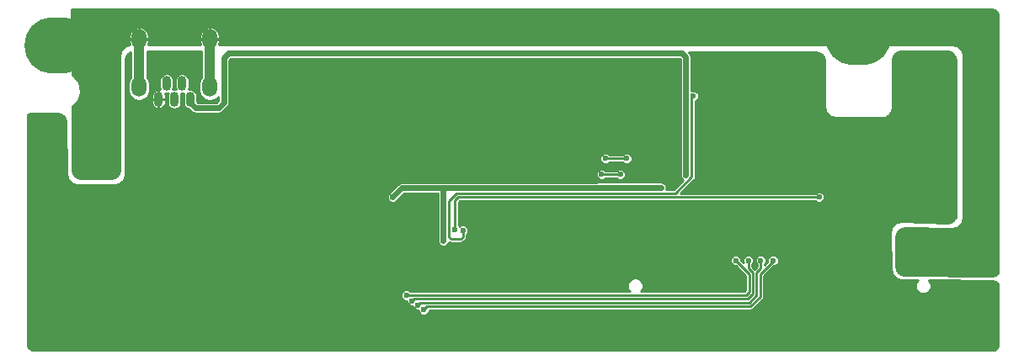
<source format=gbr>
G04 #@! TF.GenerationSoftware,KiCad,Pcbnew,(5.0.1-3-g963ef8bb5)*
G04 #@! TF.CreationDate,2019-03-09T14:34:52+08:00*
G04 #@! TF.ProjectId,fc660c,6663363630632E6B696361645F706362,rev?*
G04 #@! TF.SameCoordinates,Original*
G04 #@! TF.FileFunction,Copper,L2,Bot,Signal*
G04 #@! TF.FilePolarity,Positive*
%FSLAX46Y46*%
G04 Gerber Fmt 4.6, Leading zero omitted, Abs format (unit mm)*
G04 Created by KiCad (PCBNEW (5.0.1-3-g963ef8bb5)) date 2019 March 09, Saturday 14:34:52*
%MOMM*%
%LPD*%
G01*
G04 APERTURE LIST*
G04 #@! TA.AperFunction,ComponentPad*
%ADD10O,0.900000X1.500000*%
G04 #@! TD*
G04 #@! TA.AperFunction,ComponentPad*
%ADD11O,1.500000X2.000000*%
G04 #@! TD*
G04 #@! TA.AperFunction,ComponentPad*
%ADD12O,6.600000X5.600000*%
G04 #@! TD*
G04 #@! TA.AperFunction,ViaPad*
%ADD13C,0.600000*%
G04 #@! TD*
G04 #@! TA.AperFunction,ViaPad*
%ADD14C,0.800000*%
G04 #@! TD*
G04 #@! TA.AperFunction,Conductor*
%ADD15C,0.406200*%
G04 #@! TD*
G04 #@! TA.AperFunction,Conductor*
%ADD16C,0.609600*%
G04 #@! TD*
G04 #@! TA.AperFunction,Conductor*
%ADD17C,1.000000*%
G04 #@! TD*
G04 #@! TA.AperFunction,Conductor*
%ADD18C,0.254000*%
G04 #@! TD*
G04 APERTURE END LIST*
D10*
G04 #@! TO.P,J1,3*
G04 #@! TO.N,/D+*
X163610000Y-79397780D03*
G04 #@! TO.P,J1,2*
G04 #@! TO.N,/D-*
X164407560Y-77798900D03*
G04 #@! TO.P,J1,5*
G04 #@! TO.N,GND*
X162012340Y-79397780D03*
G04 #@! TO.P,J1,4*
G04 #@! TO.N,N/C*
X162812440Y-77798900D03*
D11*
G04 #@! TO.P,J1,6*
G04 #@! TO.N,/FG*
X160054000Y-73338000D03*
G04 #@! TO.P,J1,7*
X167166000Y-73338000D03*
D10*
G04 #@! TO.P,J1,1*
G04 #@! TO.N,VCC*
X165207660Y-79397780D03*
D11*
G04 #@! TO.P,J1,8*
G04 #@! TO.N,/FG*
X167166000Y-78164000D03*
G04 #@! TO.P,J1,9*
X160054000Y-78164000D03*
G04 #@! TD*
D12*
G04 #@! TO.P,H1,1*
G04 #@! TO.N,N/C*
X232330000Y-73140000D03*
G04 #@! TD*
G04 #@! TO.P,H2,1*
G04 #@! TO.N,N/C*
X151830000Y-73990000D03*
G04 #@! TD*
D13*
G04 #@! TO.N,GND*
X195830000Y-85340000D03*
X228600000Y-99060000D03*
X228600000Y-104140000D03*
X233680000Y-104140000D03*
X238760000Y-104140000D03*
X243840000Y-104140000D03*
X243840000Y-99060000D03*
X233680000Y-99060000D03*
X162560000Y-88900000D03*
X157480000Y-88900000D03*
X152400000Y-88900000D03*
X152400000Y-86360000D03*
X152400000Y-83820000D03*
X152400000Y-81280000D03*
X149860000Y-81280000D03*
X149860000Y-83820000D03*
X149860000Y-88900000D03*
X149860000Y-93980000D03*
X149860000Y-99060000D03*
X149860000Y-104140000D03*
X154940000Y-104140000D03*
X160020000Y-104140000D03*
X165100000Y-104140000D03*
X170180000Y-104140000D03*
X175260000Y-104140000D03*
X180340000Y-104140000D03*
X185420000Y-104140000D03*
X190500000Y-104140000D03*
X195580000Y-104140000D03*
X200660000Y-104140000D03*
X205740000Y-104140000D03*
X162560000Y-83820000D03*
X162560000Y-81280000D03*
X200660000Y-96520000D03*
X203200000Y-96520000D03*
X203200000Y-93980000D03*
X200660000Y-93980000D03*
X198120000Y-93980000D03*
X198120000Y-96520000D03*
X185420000Y-91440000D03*
X182880000Y-91440000D03*
X180340000Y-91440000D03*
X180340000Y-88900000D03*
X180340000Y-86360000D03*
X172720000Y-83820000D03*
X167640000Y-83820000D03*
X180340000Y-76200000D03*
X182880000Y-76200000D03*
X182880000Y-78740000D03*
X180340000Y-78740000D03*
X189230000Y-78994000D03*
X189230000Y-80391000D03*
X190500000Y-80264000D03*
X190500000Y-78994000D03*
X187960000Y-78994000D03*
X187960000Y-81280000D03*
X215900000Y-75184000D03*
X218440000Y-75184000D03*
X221488000Y-75184000D03*
X225044000Y-75184000D03*
X228092000Y-75184000D03*
X228092000Y-77216000D03*
X228092000Y-79248000D03*
X228092000Y-81788000D03*
X229616000Y-81788000D03*
X232156000Y-81788000D03*
X234696000Y-81788000D03*
X236728000Y-81788000D03*
X236728000Y-79756000D03*
X236728000Y-77724000D03*
X236728000Y-75184000D03*
X238760000Y-75184000D03*
X241300000Y-75184000D03*
X241300000Y-77724000D03*
X241300000Y-79756000D03*
X241300000Y-82804000D03*
X241300000Y-85852000D03*
X239268000Y-85852000D03*
X239268000Y-90932000D03*
X241300000Y-90932000D03*
X233680000Y-90932000D03*
X233680000Y-93472000D03*
X234696000Y-93472000D03*
X234696000Y-94996000D03*
X233680000Y-94996000D03*
X214122000Y-83820000D03*
X214122000Y-82042000D03*
X214122000Y-80200500D03*
X214122000Y-78549500D03*
X214122000Y-76898500D03*
X214122000Y-75501500D03*
X202374500Y-79629000D03*
X202374500Y-77406500D03*
X202438000Y-75565000D03*
X204914500Y-75565000D03*
X207137000Y-75565000D03*
X209486500Y-75501500D03*
X211963000Y-75501500D03*
X211963000Y-76898500D03*
X211963000Y-78486000D03*
X211963000Y-80200500D03*
X211963000Y-82042000D03*
X196532500Y-76454000D03*
X194881500Y-76454000D03*
X194881500Y-77851000D03*
X196532500Y-77851000D03*
X197929500Y-77851000D03*
X192595500Y-76454000D03*
X188277500Y-75565000D03*
X190436500Y-75692000D03*
X190436500Y-77343000D03*
X198056500Y-97726500D03*
X196278500Y-97790000D03*
X194437000Y-97853500D03*
X223139000Y-90233500D03*
X221742000Y-90233500D03*
X219837000Y-90233500D03*
X217868500Y-90233500D03*
X216154000Y-90233500D03*
X157353000Y-96329500D03*
X169608500Y-95186500D03*
G04 #@! TO.N,VCC*
X215020000Y-87020000D03*
X212530000Y-88290000D03*
X206170000Y-88310000D03*
X185560000Y-89240000D03*
X190650000Y-93660000D03*
D14*
G04 #@! TO.N,/FG*
X154470000Y-86410000D03*
X154440000Y-81100000D03*
X154420000Y-74000000D03*
X154410000Y-71080000D03*
X239010000Y-93240000D03*
X241080000Y-93240000D03*
X168660000Y-71070000D03*
X228500000Y-71080000D03*
X235890000Y-71080000D03*
X245660000Y-71080000D03*
X245570000Y-74370000D03*
X245580000Y-92940000D03*
X245550000Y-96290000D03*
X238270000Y-96370000D03*
X236990000Y-93150000D03*
X242940000Y-93240000D03*
D13*
G04 #@! TO.N,/PD6*
X208440000Y-86950000D03*
X206550000Y-86940000D03*
G04 #@! TO.N,/PB0*
X220050000Y-95630000D03*
X186950000Y-99120000D03*
G04 #@! TO.N,/PB1*
X221320000Y-95620000D03*
X187520000Y-99680000D03*
G04 #@! TO.N,/MOSI*
X222540000Y-95630000D03*
X188110000Y-100110000D03*
G04 #@! TO.N,/MISO*
X188670000Y-100570000D03*
X223800000Y-95640000D03*
G04 #@! TO.N,/PB4*
X209070000Y-85340000D03*
X206950000Y-85340000D03*
G04 #@! TO.N,Net-(LS1-Pad1)*
X228420000Y-89230000D03*
X191800000Y-92480000D03*
G04 #@! TO.N,Net-(R4-Pad2)*
X192620000Y-92600000D03*
X215770000Y-79070000D03*
G04 #@! TD*
D15*
G04 #@! TO.N,GND*
X195830000Y-85340000D02*
X195820000Y-85330000D01*
X228600000Y-104140000D02*
X233680000Y-104140000D01*
X238760000Y-104140000D02*
X243840000Y-104140000D01*
X243840000Y-99060000D02*
X233680000Y-99060000D01*
X228600000Y-104140000D02*
X205740000Y-104140000D01*
X157480000Y-88900000D02*
X162560000Y-88900000D01*
X152400000Y-86360000D02*
X152400000Y-88900000D01*
X152400000Y-81280000D02*
X152400000Y-83820000D01*
X149860000Y-83820000D02*
X149860000Y-81280000D01*
X149860000Y-93980000D02*
X149860000Y-88900000D01*
X149860000Y-104140000D02*
X149860000Y-99060000D01*
X160020000Y-104140000D02*
X154940000Y-104140000D01*
X170180000Y-104140000D02*
X165100000Y-104140000D01*
X180340000Y-104140000D02*
X175260000Y-104140000D01*
X190500000Y-104140000D02*
X185420000Y-104140000D01*
X200660000Y-104140000D02*
X195580000Y-104140000D01*
X162560000Y-83820000D02*
X162560000Y-81280000D01*
X203200000Y-93980000D02*
X203200000Y-96520000D01*
X198120000Y-93980000D02*
X200660000Y-93980000D01*
X195580000Y-96520000D02*
X198120000Y-96520000D01*
X185420000Y-96520000D02*
X195580000Y-96520000D01*
X185420000Y-91440000D02*
X185420000Y-96520000D01*
X180340000Y-91440000D02*
X182880000Y-91440000D01*
X180340000Y-86360000D02*
X180340000Y-88900000D01*
X167640000Y-83820000D02*
X172720000Y-83820000D01*
X172720000Y-83820000D02*
X172720000Y-78740000D01*
X182880000Y-78740000D02*
X182880000Y-76200000D01*
X172720000Y-78740000D02*
X180340000Y-78740000D01*
X182880000Y-78740000D02*
X185420000Y-78740000D01*
X190373000Y-80391000D02*
X189230000Y-80391000D01*
X190500000Y-80264000D02*
X190373000Y-80391000D01*
X187960000Y-78994000D02*
X190500000Y-78994000D01*
X185420000Y-78740000D02*
X187960000Y-81280000D01*
X233680000Y-99060000D02*
X233680000Y-94996000D01*
X218440000Y-75184000D02*
X215900000Y-75184000D01*
X225044000Y-75184000D02*
X221488000Y-75184000D01*
X228092000Y-77216000D02*
X228092000Y-75184000D01*
X228092000Y-81788000D02*
X228092000Y-79248000D01*
X232156000Y-81788000D02*
X229616000Y-81788000D01*
X236728000Y-81788000D02*
X234696000Y-81788000D01*
X236728000Y-77724000D02*
X236728000Y-79756000D01*
X238760000Y-75184000D02*
X236728000Y-75184000D01*
X241300000Y-77724000D02*
X241300000Y-75184000D01*
X241300000Y-82804000D02*
X241300000Y-79756000D01*
X239268000Y-85852000D02*
X241300000Y-85852000D01*
X241300000Y-90932000D02*
X239268000Y-90932000D01*
X233680000Y-93472000D02*
X233680000Y-90932000D01*
X234696000Y-94996000D02*
X234696000Y-93472000D01*
X214122000Y-82042000D02*
X214122000Y-83820000D01*
X214122000Y-78549500D02*
X214122000Y-80200500D01*
X214122000Y-75501500D02*
X214122000Y-76898500D01*
X214122000Y-82042000D02*
X211963000Y-82042000D01*
X202374500Y-77406500D02*
X202374500Y-79629000D01*
X204914500Y-75565000D02*
X202438000Y-75565000D01*
X209423000Y-75565000D02*
X207137000Y-75565000D01*
X209486500Y-75501500D02*
X209423000Y-75565000D01*
X211963000Y-76898500D02*
X211963000Y-75501500D01*
X211963000Y-80200500D02*
X211963000Y-78486000D01*
X202374500Y-77406500D02*
X198374000Y-77406500D01*
X194881500Y-76454000D02*
X196532500Y-76454000D01*
X196532500Y-77851000D02*
X194881500Y-77851000D01*
X198374000Y-77406500D02*
X197929500Y-77851000D01*
X194881500Y-76454000D02*
X192595500Y-76454000D01*
X190309500Y-75565000D02*
X188277500Y-75565000D01*
X190436500Y-75692000D02*
X190309500Y-75565000D01*
X190436500Y-75692000D02*
X190436500Y-77343000D01*
X198056500Y-97726500D02*
X197993000Y-97790000D01*
X197993000Y-97790000D02*
X196278500Y-97790000D01*
X219837000Y-90233500D02*
X221742000Y-90233500D01*
X216154000Y-90233500D02*
X217868500Y-90233500D01*
X157480000Y-88900000D02*
X157480000Y-96202500D01*
X157480000Y-96202500D02*
X157353000Y-96329500D01*
D16*
G04 #@! TO.N,VCC*
X165207660Y-79197780D02*
X165207660Y-79377660D01*
X165207660Y-79197780D02*
X165207660Y-79737660D01*
X215020000Y-75130000D02*
X215020000Y-87020000D01*
X214630000Y-74740000D02*
X215020000Y-75130000D01*
X169060000Y-74740000D02*
X214630000Y-74740000D01*
X168570000Y-75230000D02*
X169060000Y-74740000D01*
X168570000Y-79740000D02*
X168570000Y-75230000D01*
X168050000Y-80260000D02*
X168570000Y-79740000D01*
X165730000Y-80260000D02*
X168050000Y-80260000D01*
X165207660Y-79737660D02*
X165730000Y-80260000D01*
X206190000Y-88290000D02*
X212530000Y-88290000D01*
X206170000Y-88310000D02*
X206190000Y-88290000D01*
X206170000Y-88310000D02*
X190640000Y-88310000D01*
X190640000Y-88310000D02*
X186490000Y-88310000D01*
X186490000Y-88310000D02*
X185560000Y-89240000D01*
X190640000Y-93650000D02*
X190640000Y-88310000D01*
X190650000Y-93660000D02*
X190640000Y-93650000D01*
D17*
G04 #@! TO.N,/FG*
X167166000Y-73338000D02*
X167166000Y-78164000D01*
X160054000Y-73338000D02*
X160054000Y-78164000D01*
X154470000Y-81130000D02*
X154470000Y-86410000D01*
X154440000Y-81100000D02*
X154470000Y-81130000D01*
X154420000Y-71090000D02*
X154420000Y-74000000D01*
X154410000Y-71080000D02*
X154420000Y-71090000D01*
X241080000Y-93240000D02*
X239010000Y-93240000D01*
X168660000Y-71070000D02*
X168670000Y-71080000D01*
X168670000Y-71080000D02*
X228500000Y-71080000D01*
X235890000Y-71080000D02*
X245660000Y-71080000D01*
X245570000Y-74370000D02*
X245580000Y-74380000D01*
X245580000Y-74380000D02*
X245580000Y-92940000D01*
X245550000Y-96290000D02*
X245470000Y-96370000D01*
X245470000Y-96370000D02*
X238270000Y-96370000D01*
X236990000Y-93150000D02*
X237080000Y-93240000D01*
X237080000Y-93240000D02*
X242940000Y-93240000D01*
D18*
G04 #@! TO.N,/PD6*
X206560000Y-86950000D02*
X208440000Y-86950000D01*
X206550000Y-86940000D02*
X206560000Y-86950000D01*
G04 #@! TO.N,/PB0*
X221085998Y-99120000D02*
X221395998Y-98810000D01*
X221395998Y-98810000D02*
X221395998Y-96975998D01*
X221395998Y-96975998D02*
X220050000Y-95630000D01*
X186950000Y-99120000D02*
X221085998Y-99120000D01*
G04 #@! TO.N,/PB1*
X221320000Y-95620000D02*
X221320000Y-96371082D01*
X221770000Y-96821082D02*
X221770000Y-96830000D01*
X221320000Y-96371082D02*
X221770000Y-96821082D01*
X221770000Y-96830000D02*
X221770000Y-98964916D01*
X187705998Y-99494002D02*
X187520000Y-99680000D01*
X221240914Y-99494002D02*
X187705998Y-99494002D01*
X221770000Y-98964916D02*
X221240914Y-99494002D01*
G04 #@! TO.N,/MOSI*
X222540000Y-95630000D02*
X222540000Y-96434002D01*
X188351996Y-99868004D02*
X188110000Y-100110000D01*
X221395830Y-99868004D02*
X188351996Y-99868004D01*
X222144002Y-99119832D02*
X221395830Y-99868004D01*
X222144002Y-96830000D02*
X222144002Y-99119832D01*
X222540000Y-96434002D02*
X222144002Y-96830000D01*
G04 #@! TO.N,/MISO*
X223800000Y-95640000D02*
X223800000Y-95708004D01*
X221550746Y-100242006D02*
X188997994Y-100242006D01*
X222518004Y-99274748D02*
X221550746Y-100242006D01*
X222518004Y-96990000D02*
X222518004Y-99274748D01*
X223800000Y-95708004D02*
X222518004Y-96990000D01*
X188997994Y-100242006D02*
X188670000Y-100570000D01*
G04 #@! TO.N,/PB4*
X206950000Y-85340000D02*
X209070000Y-85340000D01*
G04 #@! TO.N,Net-(LS1-Pad1)*
X228414196Y-89235804D02*
X228420000Y-89230000D01*
X192110000Y-89235804D02*
X228414196Y-89235804D01*
X191810000Y-89535804D02*
X192110000Y-89235804D01*
X191810000Y-92470000D02*
X191810000Y-89535804D01*
X191800000Y-92480000D02*
X191810000Y-92470000D01*
G04 #@! TO.N,Net-(R4-Pad2)*
X192620000Y-92600000D02*
X192610000Y-92600000D01*
X191955084Y-88861802D02*
X213978198Y-88861802D01*
X191191802Y-89625084D02*
X191955084Y-88861802D01*
X191191802Y-89650000D02*
X191191802Y-89625084D01*
X192410000Y-93470000D02*
X192620000Y-93260000D01*
X191420000Y-93470000D02*
X192410000Y-93470000D01*
X191191802Y-93241802D02*
X191420000Y-93470000D01*
X191191802Y-89650000D02*
X191191802Y-93241802D01*
X192620000Y-93260000D02*
X192620000Y-92600000D01*
X215620000Y-79220000D02*
X215770000Y-79070000D01*
X215620000Y-87220000D02*
X215620000Y-79220000D01*
X213978198Y-88861802D02*
X215620000Y-87220000D01*
G04 #@! TD*
G04 #@! TO.N,/FG*
G36*
X246045660Y-70413181D02*
X246252987Y-70551713D01*
X246391519Y-70759041D01*
X246447100Y-71038466D01*
X246447101Y-96831546D01*
X246413560Y-96881542D01*
X246129465Y-97069996D01*
X245782211Y-97137328D01*
X237045718Y-97088657D01*
X236699948Y-97017762D01*
X236418331Y-96826930D01*
X236231354Y-96542734D01*
X236165181Y-96196033D01*
X236188848Y-93261365D01*
X236260199Y-92916729D01*
X236450696Y-92636067D01*
X236734001Y-92449519D01*
X237079599Y-92383003D01*
X241792751Y-92411016D01*
X241817643Y-92408703D01*
X242202274Y-92334245D01*
X242248323Y-92315404D01*
X242574832Y-92098892D01*
X242610109Y-92063804D01*
X242828380Y-91738468D01*
X242847470Y-91692521D01*
X242924002Y-91308297D01*
X242926449Y-91283419D01*
X242917547Y-75009620D01*
X242915094Y-74984849D01*
X242838794Y-74602279D01*
X242819813Y-74556516D01*
X242602943Y-74232250D01*
X242567897Y-74197231D01*
X242243460Y-73980615D01*
X242197682Y-73961671D01*
X241815053Y-73885670D01*
X241790281Y-73883236D01*
X168107442Y-73900659D01*
X168170000Y-73591000D01*
X168170000Y-73341000D01*
X167169000Y-73341000D01*
X167169000Y-73361000D01*
X167163000Y-73361000D01*
X167163000Y-73341000D01*
X166162000Y-73341000D01*
X166162000Y-73591000D01*
X166224647Y-73901105D01*
X160995103Y-73902341D01*
X161058000Y-73591000D01*
X161058000Y-73341000D01*
X160057000Y-73341000D01*
X160057000Y-73361000D01*
X160051000Y-73361000D01*
X160051000Y-73341000D01*
X159050000Y-73341000D01*
X159050000Y-73591000D01*
X159116301Y-73919190D01*
X158803470Y-73981544D01*
X158757663Y-74000547D01*
X158433138Y-74217718D01*
X158398102Y-74252815D01*
X158181490Y-74577713D01*
X158162565Y-74623552D01*
X158086894Y-75006637D01*
X158084487Y-75031437D01*
X158101494Y-86486183D01*
X158033128Y-86832234D01*
X157844514Y-87115083D01*
X157561940Y-87304120D01*
X157215994Y-87373000D01*
X154239056Y-87373000D01*
X153894133Y-87304544D01*
X153612081Y-87116607D01*
X153423179Y-86835202D01*
X153353539Y-86490511D01*
X153331484Y-80057754D01*
X153669706Y-79791121D01*
X153688464Y-79770507D01*
X153710498Y-79753415D01*
X153747940Y-79705143D01*
X154015125Y-79291346D01*
X154026195Y-79265764D01*
X154041503Y-79242460D01*
X154061291Y-79184663D01*
X154180035Y-78706630D01*
X154182222Y-78678841D01*
X154189156Y-78651835D01*
X154189156Y-78590744D01*
X154146655Y-78100020D01*
X154139721Y-78073015D01*
X154137534Y-78045224D01*
X154117746Y-77987427D01*
X153918582Y-77536928D01*
X153903277Y-77513629D01*
X153892205Y-77488042D01*
X153854762Y-77439771D01*
X153520412Y-77078072D01*
X153498384Y-77060986D01*
X153479620Y-77040364D01*
X153428560Y-77006824D01*
X153320824Y-76948693D01*
X153307578Y-73085000D01*
X159050000Y-73085000D01*
X159050000Y-73335000D01*
X160051000Y-73335000D01*
X160051000Y-72147505D01*
X160057000Y-72147505D01*
X160057000Y-73335000D01*
X161058000Y-73335000D01*
X161058000Y-73085000D01*
X166162000Y-73085000D01*
X166162000Y-73335000D01*
X167163000Y-73335000D01*
X167163000Y-72147505D01*
X167169000Y-72147505D01*
X167169000Y-73335000D01*
X168170000Y-73335000D01*
X168170000Y-73085000D01*
X168092427Y-72701014D01*
X167873814Y-72375943D01*
X167547442Y-72159276D01*
X167326023Y-72096834D01*
X167169000Y-72147505D01*
X167163000Y-72147505D01*
X167005977Y-72096834D01*
X166784558Y-72159276D01*
X166458186Y-72375943D01*
X166239573Y-72701014D01*
X166162000Y-73085000D01*
X161058000Y-73085000D01*
X160980427Y-72701014D01*
X160761814Y-72375943D01*
X160435442Y-72159276D01*
X160214023Y-72096834D01*
X160057000Y-72147505D01*
X160051000Y-72147505D01*
X159893977Y-72096834D01*
X159672558Y-72159276D01*
X159346186Y-72375943D01*
X159127573Y-72701014D01*
X159050000Y-73085000D01*
X153307578Y-73085000D01*
X153298227Y-70357600D01*
X245766234Y-70357600D01*
X246045660Y-70413181D01*
X246045660Y-70413181D01*
G37*
X246045660Y-70413181D02*
X246252987Y-70551713D01*
X246391519Y-70759041D01*
X246447100Y-71038466D01*
X246447101Y-96831546D01*
X246413560Y-96881542D01*
X246129465Y-97069996D01*
X245782211Y-97137328D01*
X237045718Y-97088657D01*
X236699948Y-97017762D01*
X236418331Y-96826930D01*
X236231354Y-96542734D01*
X236165181Y-96196033D01*
X236188848Y-93261365D01*
X236260199Y-92916729D01*
X236450696Y-92636067D01*
X236734001Y-92449519D01*
X237079599Y-92383003D01*
X241792751Y-92411016D01*
X241817643Y-92408703D01*
X242202274Y-92334245D01*
X242248323Y-92315404D01*
X242574832Y-92098892D01*
X242610109Y-92063804D01*
X242828380Y-91738468D01*
X242847470Y-91692521D01*
X242924002Y-91308297D01*
X242926449Y-91283419D01*
X242917547Y-75009620D01*
X242915094Y-74984849D01*
X242838794Y-74602279D01*
X242819813Y-74556516D01*
X242602943Y-74232250D01*
X242567897Y-74197231D01*
X242243460Y-73980615D01*
X242197682Y-73961671D01*
X241815053Y-73885670D01*
X241790281Y-73883236D01*
X168107442Y-73900659D01*
X168170000Y-73591000D01*
X168170000Y-73341000D01*
X167169000Y-73341000D01*
X167169000Y-73361000D01*
X167163000Y-73361000D01*
X167163000Y-73341000D01*
X166162000Y-73341000D01*
X166162000Y-73591000D01*
X166224647Y-73901105D01*
X160995103Y-73902341D01*
X161058000Y-73591000D01*
X161058000Y-73341000D01*
X160057000Y-73341000D01*
X160057000Y-73361000D01*
X160051000Y-73361000D01*
X160051000Y-73341000D01*
X159050000Y-73341000D01*
X159050000Y-73591000D01*
X159116301Y-73919190D01*
X158803470Y-73981544D01*
X158757663Y-74000547D01*
X158433138Y-74217718D01*
X158398102Y-74252815D01*
X158181490Y-74577713D01*
X158162565Y-74623552D01*
X158086894Y-75006637D01*
X158084487Y-75031437D01*
X158101494Y-86486183D01*
X158033128Y-86832234D01*
X157844514Y-87115083D01*
X157561940Y-87304120D01*
X157215994Y-87373000D01*
X154239056Y-87373000D01*
X153894133Y-87304544D01*
X153612081Y-87116607D01*
X153423179Y-86835202D01*
X153353539Y-86490511D01*
X153331484Y-80057754D01*
X153669706Y-79791121D01*
X153688464Y-79770507D01*
X153710498Y-79753415D01*
X153747940Y-79705143D01*
X154015125Y-79291346D01*
X154026195Y-79265764D01*
X154041503Y-79242460D01*
X154061291Y-79184663D01*
X154180035Y-78706630D01*
X154182222Y-78678841D01*
X154189156Y-78651835D01*
X154189156Y-78590744D01*
X154146655Y-78100020D01*
X154139721Y-78073015D01*
X154137534Y-78045224D01*
X154117746Y-77987427D01*
X153918582Y-77536928D01*
X153903277Y-77513629D01*
X153892205Y-77488042D01*
X153854762Y-77439771D01*
X153520412Y-77078072D01*
X153498384Y-77060986D01*
X153479620Y-77040364D01*
X153428560Y-77006824D01*
X153320824Y-76948693D01*
X153307578Y-73085000D01*
X159050000Y-73085000D01*
X159050000Y-73335000D01*
X160051000Y-73335000D01*
X160051000Y-72147505D01*
X160057000Y-72147505D01*
X160057000Y-73335000D01*
X161058000Y-73335000D01*
X161058000Y-73085000D01*
X166162000Y-73085000D01*
X166162000Y-73335000D01*
X167163000Y-73335000D01*
X167163000Y-72147505D01*
X167169000Y-72147505D01*
X167169000Y-73335000D01*
X168170000Y-73335000D01*
X168170000Y-73085000D01*
X168092427Y-72701014D01*
X167873814Y-72375943D01*
X167547442Y-72159276D01*
X167326023Y-72096834D01*
X167169000Y-72147505D01*
X167163000Y-72147505D01*
X167005977Y-72096834D01*
X166784558Y-72159276D01*
X166458186Y-72375943D01*
X166239573Y-72701014D01*
X166162000Y-73085000D01*
X161058000Y-73085000D01*
X160980427Y-72701014D01*
X160761814Y-72375943D01*
X160435442Y-72159276D01*
X160214023Y-72096834D01*
X160057000Y-72147505D01*
X160051000Y-72147505D01*
X159893977Y-72096834D01*
X159672558Y-72159276D01*
X159346186Y-72375943D01*
X159127573Y-72701014D01*
X159050000Y-73085000D01*
X153307578Y-73085000D01*
X153298227Y-70357600D01*
X245766234Y-70357600D01*
X246045660Y-70413181D01*
G04 #@! TO.N,GND*
G36*
X166299000Y-74550142D02*
X166299001Y-77201010D01*
X166113809Y-77478168D01*
X166049000Y-77803986D01*
X166049000Y-78524013D01*
X166113809Y-78849831D01*
X166360688Y-79219312D01*
X166730168Y-79466191D01*
X167166000Y-79552883D01*
X167601831Y-79466191D01*
X167971312Y-79219312D01*
X168011200Y-79159615D01*
X168011200Y-79508538D01*
X167818539Y-79701200D01*
X165961462Y-79701200D01*
X165911660Y-79651398D01*
X165911660Y-79028443D01*
X165870813Y-78823093D01*
X165715216Y-78590224D01*
X165482347Y-78434627D01*
X165207660Y-78379988D01*
X165044789Y-78412385D01*
X165070713Y-78373587D01*
X165111560Y-78168237D01*
X165111560Y-77429563D01*
X165070713Y-77224213D01*
X164915116Y-76991344D01*
X164682247Y-76835747D01*
X164407560Y-76781108D01*
X164132874Y-76835747D01*
X163900005Y-76991344D01*
X163744407Y-77224213D01*
X163703560Y-77429563D01*
X163703560Y-78168236D01*
X163744407Y-78373586D01*
X163769942Y-78411803D01*
X163610000Y-78379988D01*
X163450058Y-78411803D01*
X163475593Y-78373587D01*
X163516440Y-78168237D01*
X163516440Y-77429563D01*
X163475593Y-77224213D01*
X163319996Y-76991344D01*
X163087127Y-76835747D01*
X162812440Y-76781108D01*
X162537754Y-76835747D01*
X162304885Y-76991344D01*
X162149287Y-77224213D01*
X162108440Y-77429563D01*
X162108440Y-78168236D01*
X162149287Y-78373586D01*
X162178978Y-78418022D01*
X162125432Y-78402923D01*
X162015340Y-78457287D01*
X162015340Y-79394780D01*
X162716340Y-79394780D01*
X162716340Y-79094780D01*
X162661603Y-78825599D01*
X162631298Y-78780660D01*
X162812440Y-78816692D01*
X162972382Y-78784877D01*
X162946847Y-78823093D01*
X162906000Y-79028443D01*
X162906000Y-79767116D01*
X162946847Y-79972466D01*
X163102444Y-80205335D01*
X163335313Y-80360933D01*
X163610000Y-80415572D01*
X163884686Y-80360933D01*
X164117555Y-80205336D01*
X164273153Y-79972467D01*
X164314000Y-79767117D01*
X164314000Y-79028443D01*
X164273153Y-78823093D01*
X164247618Y-78784877D01*
X164407560Y-78816692D01*
X164570431Y-78784295D01*
X164544507Y-78823093D01*
X164503660Y-79028443D01*
X164503660Y-79767116D01*
X164544507Y-79972466D01*
X164700104Y-80205335D01*
X164932973Y-80360933D01*
X165067414Y-80387675D01*
X165295952Y-80616214D01*
X165327128Y-80662872D01*
X165511967Y-80786378D01*
X165674965Y-80818800D01*
X165674969Y-80818800D01*
X165729999Y-80829746D01*
X165785029Y-80818800D01*
X167994965Y-80818800D01*
X168050000Y-80829747D01*
X168105035Y-80818800D01*
X168268033Y-80786378D01*
X168452872Y-80662872D01*
X168484050Y-80616211D01*
X168926214Y-80174048D01*
X168972872Y-80142872D01*
X169096378Y-79958033D01*
X169107118Y-79904038D01*
X169139747Y-79740001D01*
X169128800Y-79684966D01*
X169128800Y-75461462D01*
X169291462Y-75298800D01*
X214398539Y-75298800D01*
X214461200Y-75361462D01*
X214461201Y-87075035D01*
X214466000Y-87099161D01*
X214466000Y-87130198D01*
X214477877Y-87158872D01*
X214493623Y-87238033D01*
X214538464Y-87305142D01*
X214550341Y-87333816D01*
X214572288Y-87355763D01*
X214617129Y-87422872D01*
X214684238Y-87467713D01*
X214706184Y-87489659D01*
X214734857Y-87501536D01*
X214773697Y-87527488D01*
X213820383Y-88480802D01*
X213061795Y-88480802D01*
X213072125Y-88428867D01*
X213084000Y-88400198D01*
X213084000Y-88369166D01*
X213099747Y-88290000D01*
X213084000Y-88210834D01*
X213084000Y-88179802D01*
X213072125Y-88151133D01*
X213056378Y-88071967D01*
X213011535Y-88004854D01*
X212999659Y-87976184D01*
X212977715Y-87954240D01*
X212932872Y-87887128D01*
X212865760Y-87842285D01*
X212843816Y-87820341D01*
X212815146Y-87808465D01*
X212748033Y-87763622D01*
X212668867Y-87747875D01*
X212640198Y-87736000D01*
X212609166Y-87736000D01*
X212585035Y-87731200D01*
X206245029Y-87731200D01*
X206189999Y-87720254D01*
X206134969Y-87731200D01*
X206134965Y-87731200D01*
X206034417Y-87751200D01*
X190695035Y-87751200D01*
X190640000Y-87740253D01*
X190584965Y-87751200D01*
X186545035Y-87751200D01*
X186490000Y-87740253D01*
X186434965Y-87751200D01*
X186271967Y-87783622D01*
X186087128Y-87907128D01*
X186055954Y-87953783D01*
X185125954Y-88883785D01*
X185112289Y-88904236D01*
X185090341Y-88926184D01*
X185078464Y-88954858D01*
X185033622Y-89021968D01*
X185017875Y-89101132D01*
X185006000Y-89129802D01*
X185006000Y-89160834D01*
X184990253Y-89240000D01*
X185006000Y-89319166D01*
X185006000Y-89350198D01*
X185017875Y-89378868D01*
X185033622Y-89458032D01*
X185078464Y-89525141D01*
X185090341Y-89553816D01*
X185112289Y-89575764D01*
X185157129Y-89642871D01*
X185224236Y-89687711D01*
X185246184Y-89709659D01*
X185274859Y-89721536D01*
X185341968Y-89766378D01*
X185421132Y-89782125D01*
X185449802Y-89794000D01*
X185480834Y-89794000D01*
X185560000Y-89809747D01*
X185639166Y-89794000D01*
X185670198Y-89794000D01*
X185698868Y-89782125D01*
X185778032Y-89766378D01*
X185845142Y-89721536D01*
X185873816Y-89709659D01*
X185895764Y-89687711D01*
X185916215Y-89674046D01*
X186721463Y-88868800D01*
X190081201Y-88868800D01*
X190081200Y-93594965D01*
X190070253Y-93650000D01*
X190081200Y-93705034D01*
X190113622Y-93868032D01*
X190173877Y-93958209D01*
X190180341Y-93973816D01*
X190192286Y-93985761D01*
X190237128Y-94052872D01*
X190283789Y-94084050D01*
X190293785Y-94094046D01*
X190314236Y-94107711D01*
X190336184Y-94129659D01*
X190364860Y-94141537D01*
X190431968Y-94186377D01*
X190511128Y-94202123D01*
X190539802Y-94214000D01*
X190570838Y-94214000D01*
X190649999Y-94229746D01*
X190729160Y-94214000D01*
X190760198Y-94214000D01*
X190788873Y-94202123D01*
X190868032Y-94186377D01*
X190935139Y-94141537D01*
X190963816Y-94129659D01*
X190985765Y-94107710D01*
X191052871Y-94062871D01*
X191097710Y-93995765D01*
X191119659Y-93973816D01*
X191131537Y-93945139D01*
X191176377Y-93878032D01*
X191192123Y-93798873D01*
X191199555Y-93780929D01*
X191228444Y-93800231D01*
X191271341Y-93828894D01*
X191420000Y-93858464D01*
X191457524Y-93851000D01*
X192372476Y-93851000D01*
X192410000Y-93858464D01*
X192447524Y-93851000D01*
X192558659Y-93828894D01*
X192684686Y-93744686D01*
X192705944Y-93712871D01*
X192862872Y-93555943D01*
X192894686Y-93534686D01*
X192978894Y-93408659D01*
X193001000Y-93297524D01*
X193001000Y-93297523D01*
X193008464Y-93260000D01*
X193001000Y-93222476D01*
X193001000Y-93002475D01*
X193089659Y-92913816D01*
X193174000Y-92710198D01*
X193174000Y-92489802D01*
X193089659Y-92286184D01*
X192933816Y-92130341D01*
X192730198Y-92046000D01*
X192509802Y-92046000D01*
X192306184Y-92130341D01*
X192269859Y-92166666D01*
X192269659Y-92166184D01*
X192191000Y-92087525D01*
X192191000Y-89693619D01*
X192267816Y-89616804D01*
X228023329Y-89616804D01*
X228106184Y-89699659D01*
X228309802Y-89784000D01*
X228530198Y-89784000D01*
X228733816Y-89699659D01*
X228889659Y-89543816D01*
X228974000Y-89340198D01*
X228974000Y-89119802D01*
X228889659Y-88916184D01*
X228733816Y-88760341D01*
X228530198Y-88676000D01*
X228309802Y-88676000D01*
X228106184Y-88760341D01*
X228011721Y-88854804D01*
X214524011Y-88854804D01*
X215862872Y-87515943D01*
X215894686Y-87494686D01*
X215978894Y-87368659D01*
X215990782Y-87308894D01*
X216008464Y-87220000D01*
X216001000Y-87182476D01*
X216001000Y-79573962D01*
X216083816Y-79539659D01*
X216239659Y-79383816D01*
X216324000Y-79180198D01*
X216324000Y-78959802D01*
X216239659Y-78756184D01*
X216083816Y-78600341D01*
X215880198Y-78516000D01*
X215659802Y-78516000D01*
X215578800Y-78549552D01*
X215578800Y-75185029D01*
X215589746Y-75129999D01*
X215578800Y-75074969D01*
X215578800Y-75074965D01*
X215546378Y-74911967D01*
X215422872Y-74727128D01*
X215376214Y-74695952D01*
X215313858Y-74633596D01*
X228059656Y-74655297D01*
X228402611Y-74723572D01*
X228683391Y-74909994D01*
X228872321Y-75189096D01*
X228943662Y-75531424D01*
X228992593Y-80123964D01*
X228995223Y-80148359D01*
X229073193Y-80524958D01*
X229092108Y-80569989D01*
X229306444Y-80889311D01*
X229340955Y-80923874D01*
X229659954Y-81138689D01*
X229704956Y-81157671D01*
X230081438Y-81236207D01*
X230105829Y-81238874D01*
X234693295Y-81294649D01*
X234718336Y-81292466D01*
X235105424Y-81219592D01*
X235151798Y-81200836D01*
X235480716Y-80984134D01*
X235516250Y-80948925D01*
X235735968Y-80622013D01*
X235755149Y-80575813D01*
X235831578Y-80189412D01*
X235833991Y-80164393D01*
X235820035Y-75454312D01*
X235888795Y-75105970D01*
X236079354Y-74821729D01*
X236364748Y-74632905D01*
X236713496Y-74566268D01*
X241316611Y-74607925D01*
X241659498Y-74678905D01*
X241939131Y-74867872D01*
X242125879Y-75148986D01*
X242194148Y-75492429D01*
X242211812Y-90913396D01*
X242141398Y-91264046D01*
X241947673Y-91549158D01*
X241658471Y-91736713D01*
X241306386Y-91799582D01*
X236750080Y-91696498D01*
X236724679Y-91698480D01*
X236331815Y-91769290D01*
X236284720Y-91788061D01*
X235950857Y-92006903D01*
X235914858Y-92042599D01*
X235693199Y-92374598D01*
X235674030Y-92421532D01*
X235599897Y-92813783D01*
X235597701Y-92839166D01*
X235649193Y-96475749D01*
X235651904Y-96500113D01*
X235731063Y-96876131D01*
X235750104Y-96921065D01*
X235965216Y-97239471D01*
X235999796Y-97273906D01*
X236319098Y-97487686D01*
X236364110Y-97506539D01*
X236740455Y-97584127D01*
X236764830Y-97586737D01*
X238340508Y-97602465D01*
X238218402Y-97724571D01*
X238096000Y-98020075D01*
X238096000Y-98339925D01*
X238218402Y-98635429D01*
X238444571Y-98861598D01*
X238740075Y-98984000D01*
X239059925Y-98984000D01*
X239355429Y-98861598D01*
X239581598Y-98635429D01*
X239704000Y-98339925D01*
X239704000Y-98020075D01*
X239581598Y-97724571D01*
X239470774Y-97613747D01*
X245804946Y-97676974D01*
X246148089Y-97748411D01*
X246427709Y-97937986D01*
X246447101Y-97967298D01*
X246447101Y-103968729D01*
X246391519Y-104248159D01*
X246252987Y-104455487D01*
X246045660Y-104594019D01*
X245766234Y-104649600D01*
X149535966Y-104649600D01*
X149256541Y-104594019D01*
X149049213Y-104455487D01*
X148910681Y-104248160D01*
X148855100Y-103968734D01*
X148855100Y-99009802D01*
X186396000Y-99009802D01*
X186396000Y-99230198D01*
X186480341Y-99433816D01*
X186636184Y-99589659D01*
X186839802Y-99674000D01*
X186966000Y-99674000D01*
X186966000Y-99790198D01*
X187050341Y-99993816D01*
X187206184Y-100149659D01*
X187409802Y-100234000D01*
X187561717Y-100234000D01*
X187640341Y-100423816D01*
X187796184Y-100579659D01*
X187999802Y-100664000D01*
X188116000Y-100664000D01*
X188116000Y-100680198D01*
X188200341Y-100883816D01*
X188356184Y-101039659D01*
X188559802Y-101124000D01*
X188780198Y-101124000D01*
X188983816Y-101039659D01*
X189139659Y-100883816D01*
X189224000Y-100680198D01*
X189224000Y-100623006D01*
X221513222Y-100623006D01*
X221550746Y-100630470D01*
X221588270Y-100623006D01*
X221699405Y-100600900D01*
X221825432Y-100516692D01*
X221846690Y-100484877D01*
X222760875Y-99570692D01*
X222792690Y-99549434D01*
X222876898Y-99423407D01*
X222899004Y-99312272D01*
X222906468Y-99274749D01*
X222899004Y-99237226D01*
X222899004Y-97147815D01*
X223852820Y-96194000D01*
X223910198Y-96194000D01*
X224113816Y-96109659D01*
X224269659Y-95953816D01*
X224354000Y-95750198D01*
X224354000Y-95529802D01*
X224269659Y-95326184D01*
X224113816Y-95170341D01*
X223910198Y-95086000D01*
X223689802Y-95086000D01*
X223486184Y-95170341D01*
X223330341Y-95326184D01*
X223246000Y-95529802D01*
X223246000Y-95723188D01*
X222921000Y-96048188D01*
X222921000Y-96032475D01*
X223009659Y-95943816D01*
X223094000Y-95740198D01*
X223094000Y-95519802D01*
X223009659Y-95316184D01*
X222853816Y-95160341D01*
X222650198Y-95076000D01*
X222429802Y-95076000D01*
X222226184Y-95160341D01*
X222070341Y-95316184D01*
X221986000Y-95519802D01*
X221986000Y-95740198D01*
X222070341Y-95943816D01*
X222159001Y-96032476D01*
X222159001Y-96276186D01*
X221961460Y-96473726D01*
X221701000Y-96213267D01*
X221701000Y-96022475D01*
X221789659Y-95933816D01*
X221874000Y-95730198D01*
X221874000Y-95509802D01*
X221789659Y-95306184D01*
X221633816Y-95150341D01*
X221430198Y-95066000D01*
X221209802Y-95066000D01*
X221006184Y-95150341D01*
X220850341Y-95306184D01*
X220766000Y-95509802D01*
X220766000Y-95730198D01*
X220820438Y-95861623D01*
X220604000Y-95645185D01*
X220604000Y-95519802D01*
X220519659Y-95316184D01*
X220363816Y-95160341D01*
X220160198Y-95076000D01*
X219939802Y-95076000D01*
X219736184Y-95160341D01*
X219580341Y-95316184D01*
X219496000Y-95519802D01*
X219496000Y-95740198D01*
X219580341Y-95943816D01*
X219736184Y-96099659D01*
X219939802Y-96184000D01*
X220065185Y-96184000D01*
X221014999Y-97133814D01*
X221014998Y-98652184D01*
X220928183Y-98739000D01*
X210528027Y-98739000D01*
X210631598Y-98635429D01*
X210754000Y-98339925D01*
X210754000Y-98020075D01*
X210631598Y-97724571D01*
X210405429Y-97498402D01*
X210109925Y-97376000D01*
X209790075Y-97376000D01*
X209494571Y-97498402D01*
X209268402Y-97724571D01*
X209146000Y-98020075D01*
X209146000Y-98339925D01*
X209268402Y-98635429D01*
X209371973Y-98739000D01*
X187352475Y-98739000D01*
X187263816Y-98650341D01*
X187060198Y-98566000D01*
X186839802Y-98566000D01*
X186636184Y-98650341D01*
X186480341Y-98806184D01*
X186396000Y-99009802D01*
X148855100Y-99009802D01*
X148855100Y-80948779D01*
X148888241Y-80915638D01*
X149181721Y-80837000D01*
X150847728Y-80837000D01*
X150852910Y-80836987D01*
X150853249Y-80836985D01*
X151803229Y-80832062D01*
X152137535Y-80896321D01*
X152411683Y-81075956D01*
X152596903Y-81346356D01*
X152668009Y-81679275D01*
X152748014Y-86894163D01*
X152750760Y-86918553D01*
X152830540Y-87294889D01*
X152849676Y-87339842D01*
X153065625Y-87658213D01*
X153100316Y-87692616D01*
X153420476Y-87905904D01*
X153465587Y-87924664D01*
X153842575Y-88001304D01*
X153866986Y-88003847D01*
X157590612Y-88029932D01*
X157615538Y-88027640D01*
X158000710Y-87953402D01*
X158046827Y-87934563D01*
X158373811Y-87717883D01*
X158409134Y-87682754D01*
X158627617Y-87356972D01*
X158646711Y-87310959D01*
X158723076Y-86926202D01*
X158725506Y-86901290D01*
X158725401Y-86829802D01*
X205996000Y-86829802D01*
X205996000Y-87050198D01*
X206080341Y-87253816D01*
X206236184Y-87409659D01*
X206439802Y-87494000D01*
X206660198Y-87494000D01*
X206863816Y-87409659D01*
X206942475Y-87331000D01*
X208037525Y-87331000D01*
X208126184Y-87419659D01*
X208329802Y-87504000D01*
X208550198Y-87504000D01*
X208753816Y-87419659D01*
X208909659Y-87263816D01*
X208994000Y-87060198D01*
X208994000Y-86839802D01*
X208909659Y-86636184D01*
X208753816Y-86480341D01*
X208550198Y-86396000D01*
X208329802Y-86396000D01*
X208126184Y-86480341D01*
X208037525Y-86569000D01*
X206962475Y-86569000D01*
X206863816Y-86470341D01*
X206660198Y-86386000D01*
X206439802Y-86386000D01*
X206236184Y-86470341D01*
X206080341Y-86626184D01*
X205996000Y-86829802D01*
X158725401Y-86829802D01*
X158723031Y-85229802D01*
X206396000Y-85229802D01*
X206396000Y-85450198D01*
X206480341Y-85653816D01*
X206636184Y-85809659D01*
X206839802Y-85894000D01*
X207060198Y-85894000D01*
X207263816Y-85809659D01*
X207352475Y-85721000D01*
X208667525Y-85721000D01*
X208756184Y-85809659D01*
X208959802Y-85894000D01*
X209180198Y-85894000D01*
X209383816Y-85809659D01*
X209539659Y-85653816D01*
X209624000Y-85450198D01*
X209624000Y-85229802D01*
X209539659Y-85026184D01*
X209383816Y-84870341D01*
X209180198Y-84786000D01*
X208959802Y-84786000D01*
X208756184Y-84870341D01*
X208667525Y-84959000D01*
X207352475Y-84959000D01*
X207263816Y-84870341D01*
X207060198Y-84786000D01*
X206839802Y-84786000D01*
X206636184Y-84870341D01*
X206480341Y-85026184D01*
X206396000Y-85229802D01*
X158723031Y-85229802D01*
X158708505Y-75425535D01*
X158777018Y-75079131D01*
X158966016Y-74796101D01*
X159187000Y-74648607D01*
X159187001Y-77201010D01*
X159001809Y-77478168D01*
X158937000Y-77803986D01*
X158937000Y-78524013D01*
X159001809Y-78849831D01*
X159248688Y-79219312D01*
X159618168Y-79466191D01*
X160054000Y-79552883D01*
X160489831Y-79466191D01*
X160587725Y-79400780D01*
X161308340Y-79400780D01*
X161308340Y-79700780D01*
X161363077Y-79969961D01*
X161516658Y-80197705D01*
X161745703Y-80349340D01*
X161899248Y-80392637D01*
X162009340Y-80338273D01*
X162009340Y-79400780D01*
X162015340Y-79400780D01*
X162015340Y-80338273D01*
X162125432Y-80392637D01*
X162278977Y-80349340D01*
X162508022Y-80197705D01*
X162661603Y-79969961D01*
X162716340Y-79700780D01*
X162716340Y-79400780D01*
X162015340Y-79400780D01*
X162009340Y-79400780D01*
X161308340Y-79400780D01*
X160587725Y-79400780D01*
X160859312Y-79219312D01*
X160942521Y-79094780D01*
X161308340Y-79094780D01*
X161308340Y-79394780D01*
X162009340Y-79394780D01*
X162009340Y-78457287D01*
X161899248Y-78402923D01*
X161745703Y-78446220D01*
X161516658Y-78597855D01*
X161363077Y-78825599D01*
X161308340Y-79094780D01*
X160942521Y-79094780D01*
X161106191Y-78849832D01*
X161171000Y-78524014D01*
X161171000Y-77803987D01*
X161106191Y-77478169D01*
X160921000Y-77201011D01*
X160921000Y-74540986D01*
X166299000Y-74550142D01*
X166299000Y-74550142D01*
G37*
X166299000Y-74550142D02*
X166299001Y-77201010D01*
X166113809Y-77478168D01*
X166049000Y-77803986D01*
X166049000Y-78524013D01*
X166113809Y-78849831D01*
X166360688Y-79219312D01*
X166730168Y-79466191D01*
X167166000Y-79552883D01*
X167601831Y-79466191D01*
X167971312Y-79219312D01*
X168011200Y-79159615D01*
X168011200Y-79508538D01*
X167818539Y-79701200D01*
X165961462Y-79701200D01*
X165911660Y-79651398D01*
X165911660Y-79028443D01*
X165870813Y-78823093D01*
X165715216Y-78590224D01*
X165482347Y-78434627D01*
X165207660Y-78379988D01*
X165044789Y-78412385D01*
X165070713Y-78373587D01*
X165111560Y-78168237D01*
X165111560Y-77429563D01*
X165070713Y-77224213D01*
X164915116Y-76991344D01*
X164682247Y-76835747D01*
X164407560Y-76781108D01*
X164132874Y-76835747D01*
X163900005Y-76991344D01*
X163744407Y-77224213D01*
X163703560Y-77429563D01*
X163703560Y-78168236D01*
X163744407Y-78373586D01*
X163769942Y-78411803D01*
X163610000Y-78379988D01*
X163450058Y-78411803D01*
X163475593Y-78373587D01*
X163516440Y-78168237D01*
X163516440Y-77429563D01*
X163475593Y-77224213D01*
X163319996Y-76991344D01*
X163087127Y-76835747D01*
X162812440Y-76781108D01*
X162537754Y-76835747D01*
X162304885Y-76991344D01*
X162149287Y-77224213D01*
X162108440Y-77429563D01*
X162108440Y-78168236D01*
X162149287Y-78373586D01*
X162178978Y-78418022D01*
X162125432Y-78402923D01*
X162015340Y-78457287D01*
X162015340Y-79394780D01*
X162716340Y-79394780D01*
X162716340Y-79094780D01*
X162661603Y-78825599D01*
X162631298Y-78780660D01*
X162812440Y-78816692D01*
X162972382Y-78784877D01*
X162946847Y-78823093D01*
X162906000Y-79028443D01*
X162906000Y-79767116D01*
X162946847Y-79972466D01*
X163102444Y-80205335D01*
X163335313Y-80360933D01*
X163610000Y-80415572D01*
X163884686Y-80360933D01*
X164117555Y-80205336D01*
X164273153Y-79972467D01*
X164314000Y-79767117D01*
X164314000Y-79028443D01*
X164273153Y-78823093D01*
X164247618Y-78784877D01*
X164407560Y-78816692D01*
X164570431Y-78784295D01*
X164544507Y-78823093D01*
X164503660Y-79028443D01*
X164503660Y-79767116D01*
X164544507Y-79972466D01*
X164700104Y-80205335D01*
X164932973Y-80360933D01*
X165067414Y-80387675D01*
X165295952Y-80616214D01*
X165327128Y-80662872D01*
X165511967Y-80786378D01*
X165674965Y-80818800D01*
X165674969Y-80818800D01*
X165729999Y-80829746D01*
X165785029Y-80818800D01*
X167994965Y-80818800D01*
X168050000Y-80829747D01*
X168105035Y-80818800D01*
X168268033Y-80786378D01*
X168452872Y-80662872D01*
X168484050Y-80616211D01*
X168926214Y-80174048D01*
X168972872Y-80142872D01*
X169096378Y-79958033D01*
X169107118Y-79904038D01*
X169139747Y-79740001D01*
X169128800Y-79684966D01*
X169128800Y-75461462D01*
X169291462Y-75298800D01*
X214398539Y-75298800D01*
X214461200Y-75361462D01*
X214461201Y-87075035D01*
X214466000Y-87099161D01*
X214466000Y-87130198D01*
X214477877Y-87158872D01*
X214493623Y-87238033D01*
X214538464Y-87305142D01*
X214550341Y-87333816D01*
X214572288Y-87355763D01*
X214617129Y-87422872D01*
X214684238Y-87467713D01*
X214706184Y-87489659D01*
X214734857Y-87501536D01*
X214773697Y-87527488D01*
X213820383Y-88480802D01*
X213061795Y-88480802D01*
X213072125Y-88428867D01*
X213084000Y-88400198D01*
X213084000Y-88369166D01*
X213099747Y-88290000D01*
X213084000Y-88210834D01*
X213084000Y-88179802D01*
X213072125Y-88151133D01*
X213056378Y-88071967D01*
X213011535Y-88004854D01*
X212999659Y-87976184D01*
X212977715Y-87954240D01*
X212932872Y-87887128D01*
X212865760Y-87842285D01*
X212843816Y-87820341D01*
X212815146Y-87808465D01*
X212748033Y-87763622D01*
X212668867Y-87747875D01*
X212640198Y-87736000D01*
X212609166Y-87736000D01*
X212585035Y-87731200D01*
X206245029Y-87731200D01*
X206189999Y-87720254D01*
X206134969Y-87731200D01*
X206134965Y-87731200D01*
X206034417Y-87751200D01*
X190695035Y-87751200D01*
X190640000Y-87740253D01*
X190584965Y-87751200D01*
X186545035Y-87751200D01*
X186490000Y-87740253D01*
X186434965Y-87751200D01*
X186271967Y-87783622D01*
X186087128Y-87907128D01*
X186055954Y-87953783D01*
X185125954Y-88883785D01*
X185112289Y-88904236D01*
X185090341Y-88926184D01*
X185078464Y-88954858D01*
X185033622Y-89021968D01*
X185017875Y-89101132D01*
X185006000Y-89129802D01*
X185006000Y-89160834D01*
X184990253Y-89240000D01*
X185006000Y-89319166D01*
X185006000Y-89350198D01*
X185017875Y-89378868D01*
X185033622Y-89458032D01*
X185078464Y-89525141D01*
X185090341Y-89553816D01*
X185112289Y-89575764D01*
X185157129Y-89642871D01*
X185224236Y-89687711D01*
X185246184Y-89709659D01*
X185274859Y-89721536D01*
X185341968Y-89766378D01*
X185421132Y-89782125D01*
X185449802Y-89794000D01*
X185480834Y-89794000D01*
X185560000Y-89809747D01*
X185639166Y-89794000D01*
X185670198Y-89794000D01*
X185698868Y-89782125D01*
X185778032Y-89766378D01*
X185845142Y-89721536D01*
X185873816Y-89709659D01*
X185895764Y-89687711D01*
X185916215Y-89674046D01*
X186721463Y-88868800D01*
X190081201Y-88868800D01*
X190081200Y-93594965D01*
X190070253Y-93650000D01*
X190081200Y-93705034D01*
X190113622Y-93868032D01*
X190173877Y-93958209D01*
X190180341Y-93973816D01*
X190192286Y-93985761D01*
X190237128Y-94052872D01*
X190283789Y-94084050D01*
X190293785Y-94094046D01*
X190314236Y-94107711D01*
X190336184Y-94129659D01*
X190364860Y-94141537D01*
X190431968Y-94186377D01*
X190511128Y-94202123D01*
X190539802Y-94214000D01*
X190570838Y-94214000D01*
X190649999Y-94229746D01*
X190729160Y-94214000D01*
X190760198Y-94214000D01*
X190788873Y-94202123D01*
X190868032Y-94186377D01*
X190935139Y-94141537D01*
X190963816Y-94129659D01*
X190985765Y-94107710D01*
X191052871Y-94062871D01*
X191097710Y-93995765D01*
X191119659Y-93973816D01*
X191131537Y-93945139D01*
X191176377Y-93878032D01*
X191192123Y-93798873D01*
X191199555Y-93780929D01*
X191228444Y-93800231D01*
X191271341Y-93828894D01*
X191420000Y-93858464D01*
X191457524Y-93851000D01*
X192372476Y-93851000D01*
X192410000Y-93858464D01*
X192447524Y-93851000D01*
X192558659Y-93828894D01*
X192684686Y-93744686D01*
X192705944Y-93712871D01*
X192862872Y-93555943D01*
X192894686Y-93534686D01*
X192978894Y-93408659D01*
X193001000Y-93297524D01*
X193001000Y-93297523D01*
X193008464Y-93260000D01*
X193001000Y-93222476D01*
X193001000Y-93002475D01*
X193089659Y-92913816D01*
X193174000Y-92710198D01*
X193174000Y-92489802D01*
X193089659Y-92286184D01*
X192933816Y-92130341D01*
X192730198Y-92046000D01*
X192509802Y-92046000D01*
X192306184Y-92130341D01*
X192269859Y-92166666D01*
X192269659Y-92166184D01*
X192191000Y-92087525D01*
X192191000Y-89693619D01*
X192267816Y-89616804D01*
X228023329Y-89616804D01*
X228106184Y-89699659D01*
X228309802Y-89784000D01*
X228530198Y-89784000D01*
X228733816Y-89699659D01*
X228889659Y-89543816D01*
X228974000Y-89340198D01*
X228974000Y-89119802D01*
X228889659Y-88916184D01*
X228733816Y-88760341D01*
X228530198Y-88676000D01*
X228309802Y-88676000D01*
X228106184Y-88760341D01*
X228011721Y-88854804D01*
X214524011Y-88854804D01*
X215862872Y-87515943D01*
X215894686Y-87494686D01*
X215978894Y-87368659D01*
X215990782Y-87308894D01*
X216008464Y-87220000D01*
X216001000Y-87182476D01*
X216001000Y-79573962D01*
X216083816Y-79539659D01*
X216239659Y-79383816D01*
X216324000Y-79180198D01*
X216324000Y-78959802D01*
X216239659Y-78756184D01*
X216083816Y-78600341D01*
X215880198Y-78516000D01*
X215659802Y-78516000D01*
X215578800Y-78549552D01*
X215578800Y-75185029D01*
X215589746Y-75129999D01*
X215578800Y-75074969D01*
X215578800Y-75074965D01*
X215546378Y-74911967D01*
X215422872Y-74727128D01*
X215376214Y-74695952D01*
X215313858Y-74633596D01*
X228059656Y-74655297D01*
X228402611Y-74723572D01*
X228683391Y-74909994D01*
X228872321Y-75189096D01*
X228943662Y-75531424D01*
X228992593Y-80123964D01*
X228995223Y-80148359D01*
X229073193Y-80524958D01*
X229092108Y-80569989D01*
X229306444Y-80889311D01*
X229340955Y-80923874D01*
X229659954Y-81138689D01*
X229704956Y-81157671D01*
X230081438Y-81236207D01*
X230105829Y-81238874D01*
X234693295Y-81294649D01*
X234718336Y-81292466D01*
X235105424Y-81219592D01*
X235151798Y-81200836D01*
X235480716Y-80984134D01*
X235516250Y-80948925D01*
X235735968Y-80622013D01*
X235755149Y-80575813D01*
X235831578Y-80189412D01*
X235833991Y-80164393D01*
X235820035Y-75454312D01*
X235888795Y-75105970D01*
X236079354Y-74821729D01*
X236364748Y-74632905D01*
X236713496Y-74566268D01*
X241316611Y-74607925D01*
X241659498Y-74678905D01*
X241939131Y-74867872D01*
X242125879Y-75148986D01*
X242194148Y-75492429D01*
X242211812Y-90913396D01*
X242141398Y-91264046D01*
X241947673Y-91549158D01*
X241658471Y-91736713D01*
X241306386Y-91799582D01*
X236750080Y-91696498D01*
X236724679Y-91698480D01*
X236331815Y-91769290D01*
X236284720Y-91788061D01*
X235950857Y-92006903D01*
X235914858Y-92042599D01*
X235693199Y-92374598D01*
X235674030Y-92421532D01*
X235599897Y-92813783D01*
X235597701Y-92839166D01*
X235649193Y-96475749D01*
X235651904Y-96500113D01*
X235731063Y-96876131D01*
X235750104Y-96921065D01*
X235965216Y-97239471D01*
X235999796Y-97273906D01*
X236319098Y-97487686D01*
X236364110Y-97506539D01*
X236740455Y-97584127D01*
X236764830Y-97586737D01*
X238340508Y-97602465D01*
X238218402Y-97724571D01*
X238096000Y-98020075D01*
X238096000Y-98339925D01*
X238218402Y-98635429D01*
X238444571Y-98861598D01*
X238740075Y-98984000D01*
X239059925Y-98984000D01*
X239355429Y-98861598D01*
X239581598Y-98635429D01*
X239704000Y-98339925D01*
X239704000Y-98020075D01*
X239581598Y-97724571D01*
X239470774Y-97613747D01*
X245804946Y-97676974D01*
X246148089Y-97748411D01*
X246427709Y-97937986D01*
X246447101Y-97967298D01*
X246447101Y-103968729D01*
X246391519Y-104248159D01*
X246252987Y-104455487D01*
X246045660Y-104594019D01*
X245766234Y-104649600D01*
X149535966Y-104649600D01*
X149256541Y-104594019D01*
X149049213Y-104455487D01*
X148910681Y-104248160D01*
X148855100Y-103968734D01*
X148855100Y-99009802D01*
X186396000Y-99009802D01*
X186396000Y-99230198D01*
X186480341Y-99433816D01*
X186636184Y-99589659D01*
X186839802Y-99674000D01*
X186966000Y-99674000D01*
X186966000Y-99790198D01*
X187050341Y-99993816D01*
X187206184Y-100149659D01*
X187409802Y-100234000D01*
X187561717Y-100234000D01*
X187640341Y-100423816D01*
X187796184Y-100579659D01*
X187999802Y-100664000D01*
X188116000Y-100664000D01*
X188116000Y-100680198D01*
X188200341Y-100883816D01*
X188356184Y-101039659D01*
X188559802Y-101124000D01*
X188780198Y-101124000D01*
X188983816Y-101039659D01*
X189139659Y-100883816D01*
X189224000Y-100680198D01*
X189224000Y-100623006D01*
X221513222Y-100623006D01*
X221550746Y-100630470D01*
X221588270Y-100623006D01*
X221699405Y-100600900D01*
X221825432Y-100516692D01*
X221846690Y-100484877D01*
X222760875Y-99570692D01*
X222792690Y-99549434D01*
X222876898Y-99423407D01*
X222899004Y-99312272D01*
X222906468Y-99274749D01*
X222899004Y-99237226D01*
X222899004Y-97147815D01*
X223852820Y-96194000D01*
X223910198Y-96194000D01*
X224113816Y-96109659D01*
X224269659Y-95953816D01*
X224354000Y-95750198D01*
X224354000Y-95529802D01*
X224269659Y-95326184D01*
X224113816Y-95170341D01*
X223910198Y-95086000D01*
X223689802Y-95086000D01*
X223486184Y-95170341D01*
X223330341Y-95326184D01*
X223246000Y-95529802D01*
X223246000Y-95723188D01*
X222921000Y-96048188D01*
X222921000Y-96032475D01*
X223009659Y-95943816D01*
X223094000Y-95740198D01*
X223094000Y-95519802D01*
X223009659Y-95316184D01*
X222853816Y-95160341D01*
X222650198Y-95076000D01*
X222429802Y-95076000D01*
X222226184Y-95160341D01*
X222070341Y-95316184D01*
X221986000Y-95519802D01*
X221986000Y-95740198D01*
X222070341Y-95943816D01*
X222159001Y-96032476D01*
X222159001Y-96276186D01*
X221961460Y-96473726D01*
X221701000Y-96213267D01*
X221701000Y-96022475D01*
X221789659Y-95933816D01*
X221874000Y-95730198D01*
X221874000Y-95509802D01*
X221789659Y-95306184D01*
X221633816Y-95150341D01*
X221430198Y-95066000D01*
X221209802Y-95066000D01*
X221006184Y-95150341D01*
X220850341Y-95306184D01*
X220766000Y-95509802D01*
X220766000Y-95730198D01*
X220820438Y-95861623D01*
X220604000Y-95645185D01*
X220604000Y-95519802D01*
X220519659Y-95316184D01*
X220363816Y-95160341D01*
X220160198Y-95076000D01*
X219939802Y-95076000D01*
X219736184Y-95160341D01*
X219580341Y-95316184D01*
X219496000Y-95519802D01*
X219496000Y-95740198D01*
X219580341Y-95943816D01*
X219736184Y-96099659D01*
X219939802Y-96184000D01*
X220065185Y-96184000D01*
X221014999Y-97133814D01*
X221014998Y-98652184D01*
X220928183Y-98739000D01*
X210528027Y-98739000D01*
X210631598Y-98635429D01*
X210754000Y-98339925D01*
X210754000Y-98020075D01*
X210631598Y-97724571D01*
X210405429Y-97498402D01*
X210109925Y-97376000D01*
X209790075Y-97376000D01*
X209494571Y-97498402D01*
X209268402Y-97724571D01*
X209146000Y-98020075D01*
X209146000Y-98339925D01*
X209268402Y-98635429D01*
X209371973Y-98739000D01*
X187352475Y-98739000D01*
X187263816Y-98650341D01*
X187060198Y-98566000D01*
X186839802Y-98566000D01*
X186636184Y-98650341D01*
X186480341Y-98806184D01*
X186396000Y-99009802D01*
X148855100Y-99009802D01*
X148855100Y-80948779D01*
X148888241Y-80915638D01*
X149181721Y-80837000D01*
X150847728Y-80837000D01*
X150852910Y-80836987D01*
X150853249Y-80836985D01*
X151803229Y-80832062D01*
X152137535Y-80896321D01*
X152411683Y-81075956D01*
X152596903Y-81346356D01*
X152668009Y-81679275D01*
X152748014Y-86894163D01*
X152750760Y-86918553D01*
X152830540Y-87294889D01*
X152849676Y-87339842D01*
X153065625Y-87658213D01*
X153100316Y-87692616D01*
X153420476Y-87905904D01*
X153465587Y-87924664D01*
X153842575Y-88001304D01*
X153866986Y-88003847D01*
X157590612Y-88029932D01*
X157615538Y-88027640D01*
X158000710Y-87953402D01*
X158046827Y-87934563D01*
X158373811Y-87717883D01*
X158409134Y-87682754D01*
X158627617Y-87356972D01*
X158646711Y-87310959D01*
X158723076Y-86926202D01*
X158725506Y-86901290D01*
X158725401Y-86829802D01*
X205996000Y-86829802D01*
X205996000Y-87050198D01*
X206080341Y-87253816D01*
X206236184Y-87409659D01*
X206439802Y-87494000D01*
X206660198Y-87494000D01*
X206863816Y-87409659D01*
X206942475Y-87331000D01*
X208037525Y-87331000D01*
X208126184Y-87419659D01*
X208329802Y-87504000D01*
X208550198Y-87504000D01*
X208753816Y-87419659D01*
X208909659Y-87263816D01*
X208994000Y-87060198D01*
X208994000Y-86839802D01*
X208909659Y-86636184D01*
X208753816Y-86480341D01*
X208550198Y-86396000D01*
X208329802Y-86396000D01*
X208126184Y-86480341D01*
X208037525Y-86569000D01*
X206962475Y-86569000D01*
X206863816Y-86470341D01*
X206660198Y-86386000D01*
X206439802Y-86386000D01*
X206236184Y-86470341D01*
X206080341Y-86626184D01*
X205996000Y-86829802D01*
X158725401Y-86829802D01*
X158723031Y-85229802D01*
X206396000Y-85229802D01*
X206396000Y-85450198D01*
X206480341Y-85653816D01*
X206636184Y-85809659D01*
X206839802Y-85894000D01*
X207060198Y-85894000D01*
X207263816Y-85809659D01*
X207352475Y-85721000D01*
X208667525Y-85721000D01*
X208756184Y-85809659D01*
X208959802Y-85894000D01*
X209180198Y-85894000D01*
X209383816Y-85809659D01*
X209539659Y-85653816D01*
X209624000Y-85450198D01*
X209624000Y-85229802D01*
X209539659Y-85026184D01*
X209383816Y-84870341D01*
X209180198Y-84786000D01*
X208959802Y-84786000D01*
X208756184Y-84870341D01*
X208667525Y-84959000D01*
X207352475Y-84959000D01*
X207263816Y-84870341D01*
X207060198Y-84786000D01*
X206839802Y-84786000D01*
X206636184Y-84870341D01*
X206480341Y-85026184D01*
X206396000Y-85229802D01*
X158723031Y-85229802D01*
X158708505Y-75425535D01*
X158777018Y-75079131D01*
X158966016Y-74796101D01*
X159187000Y-74648607D01*
X159187001Y-77201010D01*
X159001809Y-77478168D01*
X158937000Y-77803986D01*
X158937000Y-78524013D01*
X159001809Y-78849831D01*
X159248688Y-79219312D01*
X159618168Y-79466191D01*
X160054000Y-79552883D01*
X160489831Y-79466191D01*
X160587725Y-79400780D01*
X161308340Y-79400780D01*
X161308340Y-79700780D01*
X161363077Y-79969961D01*
X161516658Y-80197705D01*
X161745703Y-80349340D01*
X161899248Y-80392637D01*
X162009340Y-80338273D01*
X162009340Y-79400780D01*
X162015340Y-79400780D01*
X162015340Y-80338273D01*
X162125432Y-80392637D01*
X162278977Y-80349340D01*
X162508022Y-80197705D01*
X162661603Y-79969961D01*
X162716340Y-79700780D01*
X162716340Y-79400780D01*
X162015340Y-79400780D01*
X162009340Y-79400780D01*
X161308340Y-79400780D01*
X160587725Y-79400780D01*
X160859312Y-79219312D01*
X160942521Y-79094780D01*
X161308340Y-79094780D01*
X161308340Y-79394780D01*
X162009340Y-79394780D01*
X162009340Y-78457287D01*
X161899248Y-78402923D01*
X161745703Y-78446220D01*
X161516658Y-78597855D01*
X161363077Y-78825599D01*
X161308340Y-79094780D01*
X160942521Y-79094780D01*
X161106191Y-78849832D01*
X161171000Y-78524014D01*
X161171000Y-77803987D01*
X161106191Y-77478169D01*
X160921000Y-77201011D01*
X160921000Y-74540986D01*
X166299000Y-74550142D01*
G04 #@! TD*
M02*

</source>
